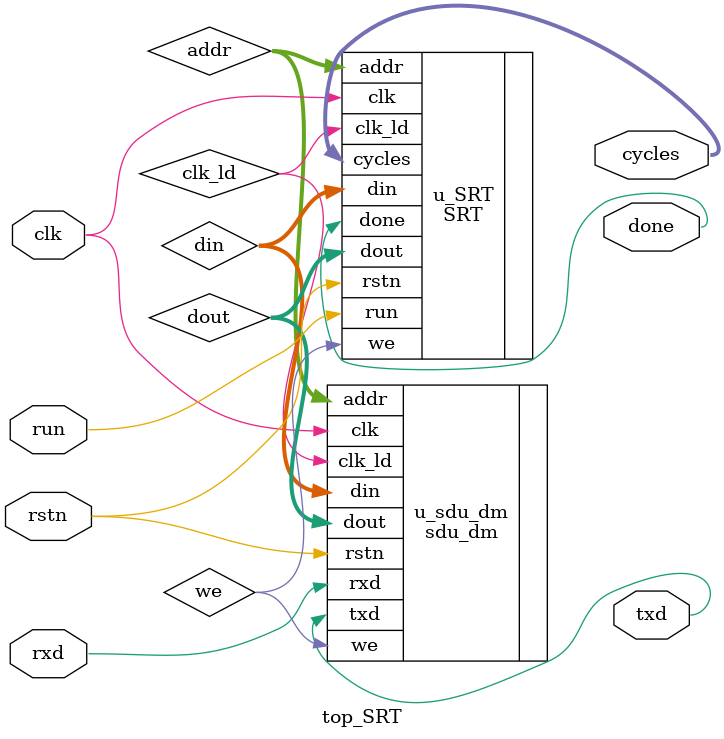
<source format=v>
`timescale 1ns / 1ps


module top_SRT(
    input           clk, 		//时钟
    input           rstn, 		//复位
    input           run,		//启动排序
    output          done,		//排序结束标志
    output          [15: 0] cycles,	    //排序耗费时钟周期数
    input           rxd,        //串行输入数据，FPGA C4引脚
    output          txd         //串行输出数据，FPGA D4引脚
    );
    wire  [31:0]   addr;	    //读/写地址
    wire  [31:0]   dout;	    //读取数据
    wire  [31:0]   din;	    //写入数据
    wire           we;		    //写使能
    wire           clk_ld;		//写时钟
    SRT u_SRT(
        .clk      (clk),
        .rstn     (rstn),
        .run      (run),
        .done     (done),
        .cycles   (cycles),
        .addr     (addr),
        .dout     (dout),
        .din      (din),
        .we       (we),
        .clk_ld   (clk_ld)
    );
    sdu_dm u_sdu_dm(
        .clk      (clk),
        .rstn     (rstn),
        .rxd      (rxd),
        .txd      (txd),
        .addr     (addr),
        .dout     (dout),
        .din      (din),
        .we       (we),
        .clk_ld   (clk_ld)
    );

endmodule

</source>
